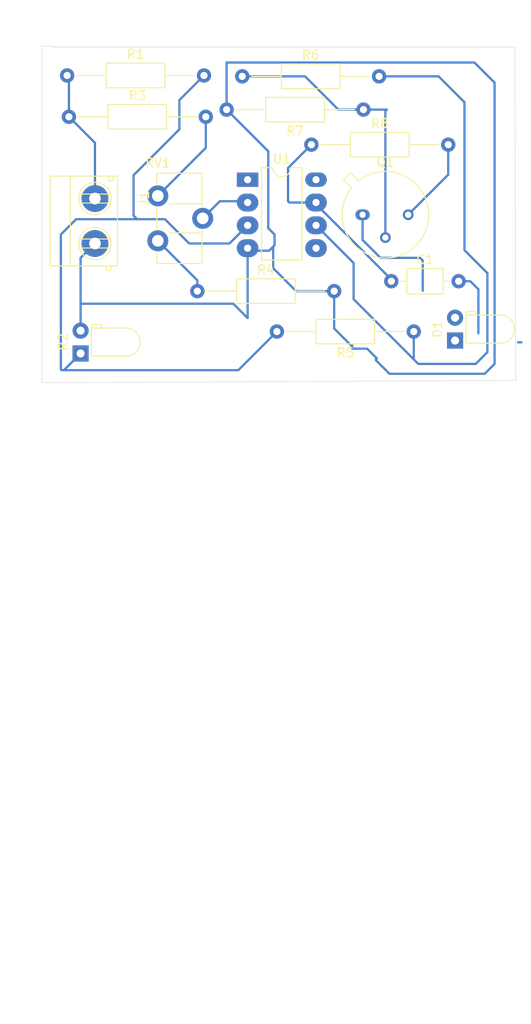
<source format=kicad_pcb>
(kicad_pcb (version 20171130) (host pcbnew "(5.1.9)-1")

  (general
    (thickness 1.6)
    (drawings 8)
    (tracks 103)
    (zones 0)
    (modules 14)
    (nets 14)
  )

  (page A4)
  (title_block
    (title "Interrupteur crépusculaire à LED")
    (company "Glodie Technologies")
  )

  (layers
    (0 F.Cu signal)
    (31 B.Cu signal)
    (32 B.Adhes user)
    (33 F.Adhes user)
    (34 B.Paste user)
    (35 F.Paste user)
    (36 B.SilkS user)
    (37 F.SilkS user)
    (38 B.Mask user)
    (39 F.Mask user)
    (40 Dwgs.User user)
    (41 Cmts.User user)
    (42 Eco1.User user)
    (43 Eco2.User user)
    (44 Edge.Cuts user)
    (45 Margin user)
    (46 B.CrtYd user)
    (47 F.CrtYd user)
    (48 B.Fab user)
    (49 F.Fab user)
  )

  (setup
    (last_trace_width 0.25)
    (trace_clearance 0.2)
    (zone_clearance 0.508)
    (zone_45_only no)
    (trace_min 0.2)
    (via_size 0.8)
    (via_drill 0.4)
    (via_min_size 0.4)
    (via_min_drill 0.3)
    (uvia_size 0.3)
    (uvia_drill 0.1)
    (uvias_allowed no)
    (uvia_min_size 0.2)
    (uvia_min_drill 0.1)
    (edge_width 0.05)
    (segment_width 0.2)
    (pcb_text_width 0.3)
    (pcb_text_size 1.5 1.5)
    (mod_edge_width 0.12)
    (mod_text_size 1 1)
    (mod_text_width 0.15)
    (pad_size 1.524 1.524)
    (pad_drill 0.762)
    (pad_to_mask_clearance 0)
    (aux_axis_origin 0 0)
    (visible_elements 7FFFFFFF)
    (pcbplotparams
      (layerselection 0x010fc_ffffffff)
      (usegerberextensions false)
      (usegerberattributes true)
      (usegerberadvancedattributes true)
      (creategerberjobfile true)
      (excludeedgelayer true)
      (linewidth 0.100000)
      (plotframeref false)
      (viasonmask false)
      (mode 1)
      (useauxorigin false)
      (hpglpennumber 1)
      (hpglpenspeed 20)
      (hpglpendiameter 15.000000)
      (psnegative false)
      (psa4output false)
      (plotreference true)
      (plotvalue true)
      (plotinvisibletext false)
      (padsonsilk false)
      (subtractmaskfromsilk false)
      (outputformat 1)
      (mirror false)
      (drillshape 0)
      (scaleselection 1)
      (outputdirectory ""))
  )

  (net 0 "")
  (net 1 VCC)
  (net 2 GND)
  (net 3 "Net-(D1-Pad2)")
  (net 4 "Net-(Q1-Pad2)")
  (net 5 "Net-(Q1-Pad3)")
  (net 6 "Net-(R1-Pad2)")
  (net 7 "Net-(R3-Pad2)")
  (net 8 "Net-(R4-Pad1)")
  (net 9 "Net-(R5-Pad1)")
  (net 10 "Net-(RV1-Pad2)")
  (net 11 "Net-(U1-Pad1)")
  (net 12 "Net-(U1-Pad5)")
  (net 13 "Net-(U1-Pad8)")

  (net_class Default "This is the default net class."
    (clearance 0.2)
    (trace_width 0.25)
    (via_dia 0.8)
    (via_drill 0.4)
    (uvia_dia 0.3)
    (uvia_drill 0.1)
    (add_net GND)
    (add_net "Net-(D1-Pad2)")
    (add_net "Net-(Q1-Pad2)")
    (add_net "Net-(Q1-Pad3)")
    (add_net "Net-(R1-Pad2)")
    (add_net "Net-(R3-Pad2)")
    (add_net "Net-(R4-Pad1)")
    (add_net "Net-(R5-Pad1)")
    (add_net "Net-(RV1-Pad2)")
    (add_net "Net-(U1-Pad1)")
    (add_net "Net-(U1-Pad5)")
    (add_net "Net-(U1-Pad8)")
    (add_net VCC)
  )

  (module Resistor_THT:R_Axial_DIN0207_L6.3mm_D2.5mm_P15.24mm_Horizontal (layer F.Cu) (tedit 5AE5139B) (tstamp 613BDFF0)
    (at 140.2 120.7 180)
    (descr "Resistor, Axial_DIN0207 series, Axial, Horizontal, pin pitch=15.24mm, 0.25W = 1/4W, length*diameter=6.3*2.5mm^2, http://cdn-reichelt.de/documents/datenblatt/B400/1_4W%23YAG.pdf")
    (tags "Resistor Axial_DIN0207 series Axial Horizontal pin pitch 15.24mm 0.25W = 1/4W length 6.3mm diameter 2.5mm")
    (path /613BAA8B)
    (fp_text reference R5 (at 7.62 -2.37) (layer F.SilkS)
      (effects (font (size 1 1) (thickness 0.15)))
    )
    (fp_text value 1M (at 7.62 2.37) (layer F.Fab)
      (effects (font (size 1 1) (thickness 0.15)))
    )
    (fp_line (start 16.29 -1.5) (end -1.05 -1.5) (layer F.CrtYd) (width 0.05))
    (fp_line (start 16.29 1.5) (end 16.29 -1.5) (layer F.CrtYd) (width 0.05))
    (fp_line (start -1.05 1.5) (end 16.29 1.5) (layer F.CrtYd) (width 0.05))
    (fp_line (start -1.05 -1.5) (end -1.05 1.5) (layer F.CrtYd) (width 0.05))
    (fp_line (start 14.2 0) (end 10.89 0) (layer F.SilkS) (width 0.12))
    (fp_line (start 1.04 0) (end 4.35 0) (layer F.SilkS) (width 0.12))
    (fp_line (start 10.89 -1.37) (end 4.35 -1.37) (layer F.SilkS) (width 0.12))
    (fp_line (start 10.89 1.37) (end 10.89 -1.37) (layer F.SilkS) (width 0.12))
    (fp_line (start 4.35 1.37) (end 10.89 1.37) (layer F.SilkS) (width 0.12))
    (fp_line (start 4.35 -1.37) (end 4.35 1.37) (layer F.SilkS) (width 0.12))
    (fp_line (start 15.24 0) (end 10.77 0) (layer F.Fab) (width 0.1))
    (fp_line (start 0 0) (end 4.47 0) (layer F.Fab) (width 0.1))
    (fp_line (start 10.77 -1.25) (end 4.47 -1.25) (layer F.Fab) (width 0.1))
    (fp_line (start 10.77 1.25) (end 10.77 -1.25) (layer F.Fab) (width 0.1))
    (fp_line (start 4.47 1.25) (end 10.77 1.25) (layer F.Fab) (width 0.1))
    (fp_line (start 4.47 -1.25) (end 4.47 1.25) (layer F.Fab) (width 0.1))
    (fp_text user %R (at 7.8 0.1) (layer F.Fab)
      (effects (font (size 1 1) (thickness 0.15)))
    )
    (pad 1 thru_hole circle (at 0 0 180) (size 1.6 1.6) (drill 0.8) (layers *.Cu *.Mask)
      (net 9 "Net-(R5-Pad1)"))
    (pad 2 thru_hole oval (at 15.24 0 180) (size 1.6 1.6) (drill 0.8) (layers *.Cu *.Mask)
      (net 6 "Net-(R1-Pad2)"))
    (model ${KISYS3DMOD}/Resistor_THT.3dshapes/R_Axial_DIN0207_L6.3mm_D2.5mm_P15.24mm_Horizontal.wrl
      (at (xyz 0 0 0))
      (scale (xyz 1 1 1))
      (rotate (xyz 0 0 0))
    )
  )

  (module Capacitor_THT:C_Axial_L3.8mm_D2.6mm_P7.50mm_Horizontal (layer F.Cu) (tedit 5AE50EF0) (tstamp 613BDF0A)
    (at 137.7 115.1)
    (descr "C, Axial series, Axial, Horizontal, pin pitch=7.5mm, , length*diameter=3.8*2.6mm^2, http://www.vishay.com/docs/45231/arseries.pdf")
    (tags "C Axial series Axial Horizontal pin pitch 7.5mm  length 3.8mm diameter 2.6mm")
    (path /613C2314)
    (fp_text reference C1 (at 3.75 -2.42) (layer F.SilkS)
      (effects (font (size 1 1) (thickness 0.15)))
    )
    (fp_text value 10nF (at 3.75 2.42) (layer F.Fab)
      (effects (font (size 1 1) (thickness 0.15)))
    )
    (fp_line (start 8.55 -1.55) (end -1.05 -1.55) (layer F.CrtYd) (width 0.05))
    (fp_line (start 8.55 1.55) (end 8.55 -1.55) (layer F.CrtYd) (width 0.05))
    (fp_line (start -1.05 1.55) (end 8.55 1.55) (layer F.CrtYd) (width 0.05))
    (fp_line (start -1.05 -1.55) (end -1.05 1.55) (layer F.CrtYd) (width 0.05))
    (fp_line (start 6.46 0) (end 5.77 0) (layer F.SilkS) (width 0.12))
    (fp_line (start 1.04 0) (end 1.73 0) (layer F.SilkS) (width 0.12))
    (fp_line (start 5.77 -1.42) (end 1.73 -1.42) (layer F.SilkS) (width 0.12))
    (fp_line (start 5.77 1.42) (end 5.77 -1.42) (layer F.SilkS) (width 0.12))
    (fp_line (start 1.73 1.42) (end 5.77 1.42) (layer F.SilkS) (width 0.12))
    (fp_line (start 1.73 -1.42) (end 1.73 1.42) (layer F.SilkS) (width 0.12))
    (fp_line (start 7.5 0) (end 5.65 0) (layer F.Fab) (width 0.1))
    (fp_line (start 0 0) (end 1.85 0) (layer F.Fab) (width 0.1))
    (fp_line (start 5.65 -1.3) (end 1.85 -1.3) (layer F.Fab) (width 0.1))
    (fp_line (start 5.65 1.3) (end 5.65 -1.3) (layer F.Fab) (width 0.1))
    (fp_line (start 1.85 1.3) (end 5.65 1.3) (layer F.Fab) (width 0.1))
    (fp_line (start 1.85 -1.3) (end 1.85 1.3) (layer F.Fab) (width 0.1))
    (fp_text user %R (at 0.719399 3.535179) (layer F.Fab)
      (effects (font (size 0.76 0.76) (thickness 0.114)))
    )
    (pad 1 thru_hole circle (at 0 0) (size 1.6 1.6) (drill 0.8) (layers *.Cu *.Mask)
      (net 1 VCC))
    (pad 2 thru_hole oval (at 7.5 0) (size 1.6 1.6) (drill 0.8) (layers *.Cu *.Mask)
      (net 2 GND))
    (model ${KISYS3DMOD}/Capacitor_THT.3dshapes/C_Axial_L3.8mm_D2.6mm_P7.50mm_Horizontal.wrl
      (at (xyz 0 0 0))
      (scale (xyz 1 1 1))
      (rotate (xyz 0 0 0))
    )
  )

  (module LED_THT:LED_D3.0mm_Horizontal_O1.27mm_Z2.0mm (layer F.Cu) (tedit 5880A862) (tstamp 613BDF34)
    (at 144.8 121.7 90)
    (descr "LED, diameter 3.0mm z-position of LED center 2.0mm, 2 pins")
    (tags "LED diameter 3.0mm z-position of LED center 2.0mm 2 pins")
    (path /613CA126)
    (fp_text reference D1 (at 1.27 -1.96 90) (layer F.SilkS)
      (effects (font (size 1 1) (thickness 0.15)))
    )
    (fp_text value LED (at 1.27 7.63 90) (layer F.Fab)
      (effects (font (size 1 1) (thickness 0.15)))
    )
    (fp_line (start -0.23 1.27) (end -0.23 5.07) (layer F.Fab) (width 0.1))
    (fp_line (start 2.77 1.27) (end 2.77 5.07) (layer F.Fab) (width 0.1))
    (fp_line (start -0.23 1.27) (end 2.77 1.27) (layer F.Fab) (width 0.1))
    (fp_line (start 3.17 1.27) (end 3.17 2.27) (layer F.Fab) (width 0.1))
    (fp_line (start 3.17 2.27) (end 2.77 2.27) (layer F.Fab) (width 0.1))
    (fp_line (start 2.77 2.27) (end 2.77 1.27) (layer F.Fab) (width 0.1))
    (fp_line (start 2.77 1.27) (end 3.17 1.27) (layer F.Fab) (width 0.1))
    (fp_line (start 0 0) (end 0 1.27) (layer F.Fab) (width 0.1))
    (fp_line (start 0 1.27) (end 0 1.27) (layer F.Fab) (width 0.1))
    (fp_line (start 0 1.27) (end 0 0) (layer F.Fab) (width 0.1))
    (fp_line (start 0 0) (end 0 0) (layer F.Fab) (width 0.1))
    (fp_line (start 2.54 0) (end 2.54 1.27) (layer F.Fab) (width 0.1))
    (fp_line (start 2.54 1.27) (end 2.54 1.27) (layer F.Fab) (width 0.1))
    (fp_line (start 2.54 1.27) (end 2.54 0) (layer F.Fab) (width 0.1))
    (fp_line (start 2.54 0) (end 2.54 0) (layer F.Fab) (width 0.1))
    (fp_line (start -0.29 1.21) (end -0.29 5.07) (layer F.SilkS) (width 0.12))
    (fp_line (start 2.83 1.21) (end 2.83 5.07) (layer F.SilkS) (width 0.12))
    (fp_line (start -0.29 1.21) (end 2.83 1.21) (layer F.SilkS) (width 0.12))
    (fp_line (start 3.23 1.21) (end 3.23 2.33) (layer F.SilkS) (width 0.12))
    (fp_line (start 3.23 2.33) (end 2.83 2.33) (layer F.SilkS) (width 0.12))
    (fp_line (start 2.83 2.33) (end 2.83 1.21) (layer F.SilkS) (width 0.12))
    (fp_line (start 2.83 1.21) (end 3.23 1.21) (layer F.SilkS) (width 0.12))
    (fp_line (start 0 1.08) (end 0 1.21) (layer F.SilkS) (width 0.12))
    (fp_line (start 0 1.21) (end 0 1.21) (layer F.SilkS) (width 0.12))
    (fp_line (start 0 1.21) (end 0 1.08) (layer F.SilkS) (width 0.12))
    (fp_line (start 0 1.08) (end 0 1.08) (layer F.SilkS) (width 0.12))
    (fp_line (start 2.54 1.08) (end 2.54 1.21) (layer F.SilkS) (width 0.12))
    (fp_line (start 2.54 1.21) (end 2.54 1.21) (layer F.SilkS) (width 0.12))
    (fp_line (start 2.54 1.21) (end 2.54 1.08) (layer F.SilkS) (width 0.12))
    (fp_line (start 2.54 1.08) (end 2.54 1.08) (layer F.SilkS) (width 0.12))
    (fp_line (start -1.25 -1.25) (end -1.25 6.9) (layer F.CrtYd) (width 0.05))
    (fp_line (start -1.25 6.9) (end 3.75 6.9) (layer F.CrtYd) (width 0.05))
    (fp_line (start 3.75 6.9) (end 3.75 -1.25) (layer F.CrtYd) (width 0.05))
    (fp_line (start 3.75 -1.25) (end -1.25 -1.25) (layer F.CrtYd) (width 0.05))
    (fp_arc (start 1.27 5.07) (end -0.29 5.07) (angle -180) (layer F.SilkS) (width 0.12))
    (fp_arc (start 1.27 5.07) (end -0.23 5.07) (angle -180) (layer F.Fab) (width 0.1))
    (pad 2 thru_hole circle (at 2.54 0 90) (size 1.8 1.8) (drill 0.9) (layers *.Cu *.Mask)
      (net 3 "Net-(D1-Pad2)"))
    (pad 1 thru_hole rect (at 0 0 90) (size 1.8 1.8) (drill 0.9) (layers *.Cu *.Mask)
      (net 2 GND))
    (model ${KISYS3DMOD}/LED_THT.3dshapes/LED_D3.0mm_Horizontal_O1.27mm_Z2.0mm.wrl
      (at (xyz 0 0 0))
      (scale (xyz 1 1 1))
      (rotate (xyz 0 0 0))
    )
  )

  (module Mes_modules:Bornier_2pts_L10mm_W8mm_P5mm (layer F.Cu) (tedit 612FD883) (tstamp 613BDF55)
    (at 104.7 105.9 270)
    (tags Bornier_2pts)
    (path /613B7670)
    (fp_text reference J1 (at 0 -5.5 90) (layer F.SilkS)
      (effects (font (size 1 1) (thickness 0.15)))
    )
    (fp_text value Entrée (at 0 7 90) (layer F.Fab)
      (effects (font (size 1 1) (thickness 0.15)))
    )
    (fp_line (start -2.5 2.75) (end 7.5 2.75) (layer F.SilkS) (width 0.12))
    (fp_line (start -2.5 5) (end -2.5 -2.5) (layer F.Fab) (width 0.12))
    (fp_line (start 7.5 5) (end -2.5 5) (layer F.Fab) (width 0.12))
    (fp_line (start 7.5 -2.5) (end 7.5 5) (layer F.Fab) (width 0.12))
    (fp_line (start -2.5 -2.5) (end 7.5 -2.5) (layer F.Fab) (width 0.12))
    (fp_line (start -2.5 5) (end -2.5 -2.5) (layer F.CrtYd) (width 0.12))
    (fp_line (start 7.5 5) (end -2.5 5) (layer F.CrtYd) (width 0.12))
    (fp_line (start 7.5 -2.5) (end 7.5 5) (layer F.CrtYd) (width 0.12))
    (fp_line (start -2.5 -2.5) (end 7.5 -2.5) (layer F.CrtYd) (width 0.12))
    (fp_line (start -2 -1.5) (end -2.5 -1.5) (layer F.SilkS) (width 0.12))
    (fp_line (start -2 -2) (end -2 -1.5) (layer F.SilkS) (width 0.12))
    (fp_line (start -2.5 -2) (end -2 -2) (layer F.SilkS) (width 0.12))
    (fp_line (start 8 -1.25) (end 7.5 -1.25) (layer F.SilkS) (width 0.12))
    (fp_line (start 8 -1.75) (end 8 -1.25) (layer F.SilkS) (width 0.12))
    (fp_line (start 7.5 -1.75) (end 8 -1.75) (layer F.SilkS) (width 0.12))
    (fp_line (start 5.5 -1.75) (end 5.5 1.75) (layer F.SilkS) (width 0.12))
    (fp_line (start 4.5 -1.75) (end 4.5 1.75) (layer F.SilkS) (width 0.12))
    (fp_line (start 0.5 -1.75) (end 0.5 1.75) (layer F.SilkS) (width 0.12))
    (fp_line (start -0.5 1.75) (end -0.75 1.75) (layer F.SilkS) (width 0.12))
    (fp_line (start -0.5 -1.75) (end -0.5 1.75) (layer F.SilkS) (width 0.12))
    (fp_circle (center 5 0) (end 6.5 1) (layer F.SilkS) (width 0.12))
    (fp_circle (center 0 0) (end 1.5 1) (layer F.SilkS) (width 0.12))
    (fp_line (start -2.5 5) (end -2.5 -2.5) (layer F.SilkS) (width 0.12))
    (fp_line (start 7.5 5) (end -2.5 5) (layer F.SilkS) (width 0.12))
    (fp_line (start 7.5 -2.5) (end 7.5 5) (layer F.SilkS) (width 0.12))
    (fp_line (start -2.5 -2.5) (end 7.5 -2.5) (layer F.SilkS) (width 0.12))
    (fp_text user %R (at 2.75 3.75 90) (layer F.Fab)
      (effects (font (size 1 1) (thickness 0.15)))
    )
    (pad 1 thru_hole circle (at 0 0 270) (size 3 3) (drill 1.3) (layers *.Cu *.Mask)
      (net 1 VCC))
    (pad 2 thru_hole circle (at 5 0 270) (size 3 3) (drill 1.3) (layers *.Cu *.Mask)
      (net 2 GND))
  )

  (module Package_TO_SOT_THT:TO-39-3 (layer F.Cu) (tedit 5A02FF81) (tstamp 613BDF6A)
    (at 134.5 107.7)
    (descr TO-39-3)
    (tags TO-39-3)
    (path /613C3651)
    (fp_text reference Q1 (at 2.54 -5.82) (layer F.SilkS)
      (effects (font (size 1 1) (thickness 0.15)))
    )
    (fp_text value 2N2219 (at 2.54 5.82) (layer F.Fab)
      (effects (font (size 1 1) (thickness 0.15)))
    )
    (fp_circle (center 2.54 0) (end 6.79 0) (layer F.Fab) (width 0.1))
    (fp_line (start 7.49 -4.95) (end -2.41 -4.95) (layer F.CrtYd) (width 0.05))
    (fp_line (start 7.49 4.95) (end 7.49 -4.95) (layer F.CrtYd) (width 0.05))
    (fp_line (start -2.41 4.95) (end 7.49 4.95) (layer F.CrtYd) (width 0.05))
    (fp_line (start -2.41 -4.95) (end -2.41 4.95) (layer F.CrtYd) (width 0.05))
    (fp_line (start -2.125856 -3.888039) (end -1.234902 -2.997084) (layer F.SilkS) (width 0.12))
    (fp_line (start -1.348039 -4.665856) (end -2.125856 -3.888039) (layer F.SilkS) (width 0.12))
    (fp_line (start -0.457084 -3.774902) (end -1.348039 -4.665856) (layer F.SilkS) (width 0.12))
    (fp_line (start -1.879621 -3.81151) (end -1.07352 -3.005408) (layer F.Fab) (width 0.1))
    (fp_line (start -1.27151 -4.419621) (end -1.879621 -3.81151) (layer F.Fab) (width 0.1))
    (fp_line (start -0.465408 -3.61352) (end -1.27151 -4.419621) (layer F.Fab) (width 0.1))
    (fp_text user %R (at 2.54 -5.82) (layer F.Fab)
      (effects (font (size 1 1) (thickness 0.15)))
    )
    (fp_arc (start 2.54 0) (end -0.465408 -3.61352) (angle 349.5) (layer F.Fab) (width 0.1))
    (fp_arc (start 2.54 0) (end -0.457084 -3.774902) (angle 346.9) (layer F.SilkS) (width 0.12))
    (pad 1 thru_hole oval (at 0 0) (size 1.6 1.2) (drill 0.7) (layers *.Cu *.Mask)
      (net 3 "Net-(D1-Pad2)"))
    (pad 2 thru_hole oval (at 2.54 2.54) (size 1.2 1.2) (drill 0.7) (layers *.Cu *.Mask)
      (net 4 "Net-(Q1-Pad2)"))
    (pad 3 thru_hole oval (at 5.08 0) (size 1.2 1.2) (drill 0.7) (layers *.Cu *.Mask)
      (net 5 "Net-(Q1-Pad3)"))
    (model ${KISYS3DMOD}/Package_TO_SOT_THT.3dshapes/TO-39-3.wrl
      (at (xyz 0 0 0))
      (scale (xyz 1 1 1))
      (rotate (xyz 0 0 0))
    )
  )

  (module Resistor_THT:R_Axial_DIN0207_L6.3mm_D2.5mm_P15.24mm_Horizontal (layer F.Cu) (tedit 5AE5139B) (tstamp 613BDF81)
    (at 101.6 92.2)
    (descr "Resistor, Axial_DIN0207 series, Axial, Horizontal, pin pitch=15.24mm, 0.25W = 1/4W, length*diameter=6.3*2.5mm^2, http://cdn-reichelt.de/documents/datenblatt/B400/1_4W%23YAG.pdf")
    (tags "Resistor Axial_DIN0207 series Axial Horizontal pin pitch 15.24mm 0.25W = 1/4W length 6.3mm diameter 2.5mm")
    (path /613B87FA)
    (fp_text reference R1 (at 7.62 -2.37) (layer F.SilkS)
      (effects (font (size 1 1) (thickness 0.15)))
    )
    (fp_text value 10K (at 7.62 2.37) (layer F.Fab)
      (effects (font (size 1 1) (thickness 0.15)))
    )
    (fp_line (start 16.29 -1.5) (end -1.05 -1.5) (layer F.CrtYd) (width 0.05))
    (fp_line (start 16.29 1.5) (end 16.29 -1.5) (layer F.CrtYd) (width 0.05))
    (fp_line (start -1.05 1.5) (end 16.29 1.5) (layer F.CrtYd) (width 0.05))
    (fp_line (start -1.05 -1.5) (end -1.05 1.5) (layer F.CrtYd) (width 0.05))
    (fp_line (start 14.2 0) (end 10.89 0) (layer F.SilkS) (width 0.12))
    (fp_line (start 1.04 0) (end 4.35 0) (layer F.SilkS) (width 0.12))
    (fp_line (start 10.89 -1.37) (end 4.35 -1.37) (layer F.SilkS) (width 0.12))
    (fp_line (start 10.89 1.37) (end 10.89 -1.37) (layer F.SilkS) (width 0.12))
    (fp_line (start 4.35 1.37) (end 10.89 1.37) (layer F.SilkS) (width 0.12))
    (fp_line (start 4.35 -1.37) (end 4.35 1.37) (layer F.SilkS) (width 0.12))
    (fp_line (start 15.24 0) (end 10.77 0) (layer F.Fab) (width 0.1))
    (fp_line (start 0 0) (end 4.47 0) (layer F.Fab) (width 0.1))
    (fp_line (start 10.77 -1.25) (end 4.47 -1.25) (layer F.Fab) (width 0.1))
    (fp_line (start 10.77 1.25) (end 10.77 -1.25) (layer F.Fab) (width 0.1))
    (fp_line (start 4.47 1.25) (end 10.77 1.25) (layer F.Fab) (width 0.1))
    (fp_line (start 4.47 -1.25) (end 4.47 1.25) (layer F.Fab) (width 0.1))
    (fp_text user %R (at 5.859399 -0.364821) (layer F.Fab)
      (effects (font (size 1 1) (thickness 0.15)))
    )
    (pad 1 thru_hole circle (at 0 0) (size 1.6 1.6) (drill 0.8) (layers *.Cu *.Mask)
      (net 1 VCC))
    (pad 2 thru_hole oval (at 15.24 0) (size 1.6 1.6) (drill 0.8) (layers *.Cu *.Mask)
      (net 6 "Net-(R1-Pad2)"))
    (model ${KISYS3DMOD}/Resistor_THT.3dshapes/R_Axial_DIN0207_L6.3mm_D2.5mm_P15.24mm_Horizontal.wrl
      (at (xyz 0 0 0))
      (scale (xyz 1 1 1))
      (rotate (xyz 0 0 0))
    )
  )

  (module LED_THT:LED_D3.0mm_Horizontal_O1.27mm_Z2.0mm (layer F.Cu) (tedit 5880A862) (tstamp 613BDFAB)
    (at 103.1 123.14 90)
    (descr "LED, diameter 3.0mm z-position of LED center 2.0mm, 2 pins")
    (tags "LED diameter 3.0mm z-position of LED center 2.0mm 2 pins")
    (path /613B8492)
    (fp_text reference R2 (at 1.27 -1.96 90) (layer F.SilkS)
      (effects (font (size 1 1) (thickness 0.15)))
    )
    (fp_text value LDR03 (at 1.27 7.63 90) (layer F.Fab)
      (effects (font (size 1 1) (thickness 0.15)))
    )
    (fp_line (start 3.75 -1.25) (end -1.25 -1.25) (layer F.CrtYd) (width 0.05))
    (fp_line (start 3.75 6.9) (end 3.75 -1.25) (layer F.CrtYd) (width 0.05))
    (fp_line (start -1.25 6.9) (end 3.75 6.9) (layer F.CrtYd) (width 0.05))
    (fp_line (start -1.25 -1.25) (end -1.25 6.9) (layer F.CrtYd) (width 0.05))
    (fp_line (start 2.54 1.08) (end 2.54 1.08) (layer F.SilkS) (width 0.12))
    (fp_line (start 2.54 1.21) (end 2.54 1.08) (layer F.SilkS) (width 0.12))
    (fp_line (start 2.54 1.21) (end 2.54 1.21) (layer F.SilkS) (width 0.12))
    (fp_line (start 2.54 1.08) (end 2.54 1.21) (layer F.SilkS) (width 0.12))
    (fp_line (start 0 1.08) (end 0 1.08) (layer F.SilkS) (width 0.12))
    (fp_line (start 0 1.21) (end 0 1.08) (layer F.SilkS) (width 0.12))
    (fp_line (start 0 1.21) (end 0 1.21) (layer F.SilkS) (width 0.12))
    (fp_line (start 0 1.08) (end 0 1.21) (layer F.SilkS) (width 0.12))
    (fp_line (start 2.83 1.21) (end 3.23 1.21) (layer F.SilkS) (width 0.12))
    (fp_line (start 2.83 2.33) (end 2.83 1.21) (layer F.SilkS) (width 0.12))
    (fp_line (start 3.23 2.33) (end 2.83 2.33) (layer F.SilkS) (width 0.12))
    (fp_line (start 3.23 1.21) (end 3.23 2.33) (layer F.SilkS) (width 0.12))
    (fp_line (start -0.29 1.21) (end 2.83 1.21) (layer F.SilkS) (width 0.12))
    (fp_line (start 2.83 1.21) (end 2.83 5.07) (layer F.SilkS) (width 0.12))
    (fp_line (start -0.29 1.21) (end -0.29 5.07) (layer F.SilkS) (width 0.12))
    (fp_line (start 2.54 0) (end 2.54 0) (layer F.Fab) (width 0.1))
    (fp_line (start 2.54 1.27) (end 2.54 0) (layer F.Fab) (width 0.1))
    (fp_line (start 2.54 1.27) (end 2.54 1.27) (layer F.Fab) (width 0.1))
    (fp_line (start 2.54 0) (end 2.54 1.27) (layer F.Fab) (width 0.1))
    (fp_line (start 0 0) (end 0 0) (layer F.Fab) (width 0.1))
    (fp_line (start 0 1.27) (end 0 0) (layer F.Fab) (width 0.1))
    (fp_line (start 0 1.27) (end 0 1.27) (layer F.Fab) (width 0.1))
    (fp_line (start 0 0) (end 0 1.27) (layer F.Fab) (width 0.1))
    (fp_line (start 2.77 1.27) (end 3.17 1.27) (layer F.Fab) (width 0.1))
    (fp_line (start 2.77 2.27) (end 2.77 1.27) (layer F.Fab) (width 0.1))
    (fp_line (start 3.17 2.27) (end 2.77 2.27) (layer F.Fab) (width 0.1))
    (fp_line (start 3.17 1.27) (end 3.17 2.27) (layer F.Fab) (width 0.1))
    (fp_line (start -0.23 1.27) (end 2.77 1.27) (layer F.Fab) (width 0.1))
    (fp_line (start 2.77 1.27) (end 2.77 5.07) (layer F.Fab) (width 0.1))
    (fp_line (start -0.23 1.27) (end -0.23 5.07) (layer F.Fab) (width 0.1))
    (fp_arc (start 1.27 5.07) (end -0.23 5.07) (angle -180) (layer F.Fab) (width 0.1))
    (fp_arc (start 1.27 5.07) (end -0.29 5.07) (angle -180) (layer F.SilkS) (width 0.12))
    (pad 1 thru_hole rect (at 0 0 90) (size 1.8 1.8) (drill 0.9) (layers *.Cu *.Mask)
      (net 6 "Net-(R1-Pad2)"))
    (pad 2 thru_hole circle (at 2.54 0 90) (size 1.8 1.8) (drill 0.9) (layers *.Cu *.Mask)
      (net 2 GND))
    (model ${KISYS3DMOD}/LED_THT.3dshapes/LED_D3.0mm_Horizontal_O1.27mm_Z2.0mm.wrl
      (at (xyz 0 0 0))
      (scale (xyz 1 1 1))
      (rotate (xyz 0 0 0))
    )
  )

  (module Resistor_THT:R_Axial_DIN0207_L6.3mm_D2.5mm_P15.24mm_Horizontal (layer F.Cu) (tedit 5AE5139B) (tstamp 613BDFC2)
    (at 101.8 96.8)
    (descr "Resistor, Axial_DIN0207 series, Axial, Horizontal, pin pitch=15.24mm, 0.25W = 1/4W, length*diameter=6.3*2.5mm^2, http://cdn-reichelt.de/documents/datenblatt/B400/1_4W%23YAG.pdf")
    (tags "Resistor Axial_DIN0207 series Axial Horizontal pin pitch 15.24mm 0.25W = 1/4W length 6.3mm diameter 2.5mm")
    (path /613B9690)
    (fp_text reference R3 (at 7.62 -2.37) (layer F.SilkS)
      (effects (font (size 1 1) (thickness 0.15)))
    )
    (fp_text value 3.3K (at 7.62 2.37) (layer F.Fab)
      (effects (font (size 1 1) (thickness 0.15)))
    )
    (fp_line (start 16.29 -1.5) (end -1.05 -1.5) (layer F.CrtYd) (width 0.05))
    (fp_line (start 16.29 1.5) (end 16.29 -1.5) (layer F.CrtYd) (width 0.05))
    (fp_line (start -1.05 1.5) (end 16.29 1.5) (layer F.CrtYd) (width 0.05))
    (fp_line (start -1.05 -1.5) (end -1.05 1.5) (layer F.CrtYd) (width 0.05))
    (fp_line (start 14.2 0) (end 10.89 0) (layer F.SilkS) (width 0.12))
    (fp_line (start 1.04 0) (end 4.35 0) (layer F.SilkS) (width 0.12))
    (fp_line (start 10.89 -1.37) (end 4.35 -1.37) (layer F.SilkS) (width 0.12))
    (fp_line (start 10.89 1.37) (end 10.89 -1.37) (layer F.SilkS) (width 0.12))
    (fp_line (start 4.35 1.37) (end 10.89 1.37) (layer F.SilkS) (width 0.12))
    (fp_line (start 4.35 -1.37) (end 4.35 1.37) (layer F.SilkS) (width 0.12))
    (fp_line (start 15.24 0) (end 10.77 0) (layer F.Fab) (width 0.1))
    (fp_line (start 0 0) (end 4.47 0) (layer F.Fab) (width 0.1))
    (fp_line (start 10.77 -1.25) (end 4.47 -1.25) (layer F.Fab) (width 0.1))
    (fp_line (start 10.77 1.25) (end 10.77 -1.25) (layer F.Fab) (width 0.1))
    (fp_line (start 4.47 1.25) (end 10.77 1.25) (layer F.Fab) (width 0.1))
    (fp_line (start 4.47 -1.25) (end 4.47 1.25) (layer F.Fab) (width 0.1))
    (fp_text user %R (at 7.62 0) (layer F.Fab)
      (effects (font (size 1 1) (thickness 0.15)))
    )
    (pad 1 thru_hole circle (at 0 0) (size 1.6 1.6) (drill 0.8) (layers *.Cu *.Mask)
      (net 1 VCC))
    (pad 2 thru_hole oval (at 15.24 0) (size 1.6 1.6) (drill 0.8) (layers *.Cu *.Mask)
      (net 7 "Net-(R3-Pad2)"))
    (model ${KISYS3DMOD}/Resistor_THT.3dshapes/R_Axial_DIN0207_L6.3mm_D2.5mm_P15.24mm_Horizontal.wrl
      (at (xyz 0 0 0))
      (scale (xyz 1 1 1))
      (rotate (xyz 0 0 0))
    )
  )

  (module Resistor_THT:R_Axial_DIN0207_L6.3mm_D2.5mm_P15.24mm_Horizontal (layer F.Cu) (tedit 5AE5139B) (tstamp 613BDFD9)
    (at 116.1 116.2)
    (descr "Resistor, Axial_DIN0207 series, Axial, Horizontal, pin pitch=15.24mm, 0.25W = 1/4W, length*diameter=6.3*2.5mm^2, http://cdn-reichelt.de/documents/datenblatt/B400/1_4W%23YAG.pdf")
    (tags "Resistor Axial_DIN0207 series Axial Horizontal pin pitch 15.24mm 0.25W = 1/4W length 6.3mm diameter 2.5mm")
    (path /613B984F)
    (fp_text reference R4 (at 7.62 -2.37) (layer F.SilkS)
      (effects (font (size 1 1) (thickness 0.15)))
    )
    (fp_text value 3.3K (at 7.62 2.37) (layer F.Fab)
      (effects (font (size 1 1) (thickness 0.15)))
    )
    (fp_line (start 4.47 -1.25) (end 4.47 1.25) (layer F.Fab) (width 0.1))
    (fp_line (start 4.47 1.25) (end 10.77 1.25) (layer F.Fab) (width 0.1))
    (fp_line (start 10.77 1.25) (end 10.77 -1.25) (layer F.Fab) (width 0.1))
    (fp_line (start 10.77 -1.25) (end 4.47 -1.25) (layer F.Fab) (width 0.1))
    (fp_line (start 0 0) (end 4.47 0) (layer F.Fab) (width 0.1))
    (fp_line (start 15.24 0) (end 10.77 0) (layer F.Fab) (width 0.1))
    (fp_line (start 4.35 -1.37) (end 4.35 1.37) (layer F.SilkS) (width 0.12))
    (fp_line (start 4.35 1.37) (end 10.89 1.37) (layer F.SilkS) (width 0.12))
    (fp_line (start 10.89 1.37) (end 10.89 -1.37) (layer F.SilkS) (width 0.12))
    (fp_line (start 10.89 -1.37) (end 4.35 -1.37) (layer F.SilkS) (width 0.12))
    (fp_line (start 1.04 0) (end 4.35 0) (layer F.SilkS) (width 0.12))
    (fp_line (start 14.2 0) (end 10.89 0) (layer F.SilkS) (width 0.12))
    (fp_line (start -1.05 -1.5) (end -1.05 1.5) (layer F.CrtYd) (width 0.05))
    (fp_line (start -1.05 1.5) (end 16.29 1.5) (layer F.CrtYd) (width 0.05))
    (fp_line (start 16.29 1.5) (end 16.29 -1.5) (layer F.CrtYd) (width 0.05))
    (fp_line (start 16.29 -1.5) (end -1.05 -1.5) (layer F.CrtYd) (width 0.05))
    (fp_text user %R (at 7.62 0) (layer F.Fab)
      (effects (font (size 1 1) (thickness 0.15)))
    )
    (pad 2 thru_hole oval (at 15.24 0) (size 1.6 1.6) (drill 0.8) (layers *.Cu *.Mask)
      (net 2 GND))
    (pad 1 thru_hole circle (at 0 0) (size 1.6 1.6) (drill 0.8) (layers *.Cu *.Mask)
      (net 8 "Net-(R4-Pad1)"))
    (model ${KISYS3DMOD}/Resistor_THT.3dshapes/R_Axial_DIN0207_L6.3mm_D2.5mm_P15.24mm_Horizontal.wrl
      (at (xyz 0 0 0))
      (scale (xyz 1 1 1))
      (rotate (xyz 0 0 0))
    )
  )

  (module Resistor_THT:R_Axial_DIN0207_L6.3mm_D2.5mm_P15.24mm_Horizontal (layer F.Cu) (tedit 5AE5139B) (tstamp 613BE007)
    (at 121.1 92.3)
    (descr "Resistor, Axial_DIN0207 series, Axial, Horizontal, pin pitch=15.24mm, 0.25W = 1/4W, length*diameter=6.3*2.5mm^2, http://cdn-reichelt.de/documents/datenblatt/B400/1_4W%23YAG.pdf")
    (tags "Resistor Axial_DIN0207 series Axial Horizontal pin pitch 15.24mm 0.25W = 1/4W length 6.3mm diameter 2.5mm")
    (path /613BB193)
    (fp_text reference R6 (at 7.62 -2.37) (layer F.SilkS)
      (effects (font (size 1 1) (thickness 0.15)))
    )
    (fp_text value 220R (at 7.62 2.37) (layer F.Fab)
      (effects (font (size 1 1) (thickness 0.15)))
    )
    (fp_line (start 4.47 -1.25) (end 4.47 1.25) (layer F.Fab) (width 0.1))
    (fp_line (start 4.47 1.25) (end 10.77 1.25) (layer F.Fab) (width 0.1))
    (fp_line (start 10.77 1.25) (end 10.77 -1.25) (layer F.Fab) (width 0.1))
    (fp_line (start 10.77 -1.25) (end 4.47 -1.25) (layer F.Fab) (width 0.1))
    (fp_line (start 0 0) (end 4.47 0) (layer F.Fab) (width 0.1))
    (fp_line (start 15.24 0) (end 10.77 0) (layer F.Fab) (width 0.1))
    (fp_line (start 4.35 -1.37) (end 4.35 1.37) (layer F.SilkS) (width 0.12))
    (fp_line (start 4.35 1.37) (end 10.89 1.37) (layer F.SilkS) (width 0.12))
    (fp_line (start 10.89 1.37) (end 10.89 -1.37) (layer F.SilkS) (width 0.12))
    (fp_line (start 10.89 -1.37) (end 4.35 -1.37) (layer F.SilkS) (width 0.12))
    (fp_line (start 1.04 0) (end 4.35 0) (layer F.SilkS) (width 0.12))
    (fp_line (start 14.2 0) (end 10.89 0) (layer F.SilkS) (width 0.12))
    (fp_line (start -1.05 -1.5) (end -1.05 1.5) (layer F.CrtYd) (width 0.05))
    (fp_line (start -1.05 1.5) (end 16.29 1.5) (layer F.CrtYd) (width 0.05))
    (fp_line (start 16.29 1.5) (end 16.29 -1.5) (layer F.CrtYd) (width 0.05))
    (fp_line (start 16.29 -1.5) (end -1.05 -1.5) (layer F.CrtYd) (width 0.05))
    (fp_text user %R (at 4.569399 -0.814821) (layer F.Fab)
      (effects (font (size 1 1) (thickness 0.15)))
    )
    (pad 2 thru_hole oval (at 15.24 0) (size 1.6 1.6) (drill 0.8) (layers *.Cu *.Mask)
      (net 9 "Net-(R5-Pad1)"))
    (pad 1 thru_hole circle (at 0 0) (size 1.6 1.6) (drill 0.8) (layers *.Cu *.Mask)
      (net 4 "Net-(Q1-Pad2)"))
    (model ${KISYS3DMOD}/Resistor_THT.3dshapes/R_Axial_DIN0207_L6.3mm_D2.5mm_P15.24mm_Horizontal.wrl
      (at (xyz 0 0 0))
      (scale (xyz 1 1 1))
      (rotate (xyz 0 0 0))
    )
  )

  (module Resistor_THT:R_Axial_DIN0207_L6.3mm_D2.5mm_P15.24mm_Horizontal (layer F.Cu) (tedit 5AE5139B) (tstamp 613BE01E)
    (at 134.6 96 180)
    (descr "Resistor, Axial_DIN0207 series, Axial, Horizontal, pin pitch=15.24mm, 0.25W = 1/4W, length*diameter=6.3*2.5mm^2, http://cdn-reichelt.de/documents/datenblatt/B400/1_4W%23YAG.pdf")
    (tags "Resistor Axial_DIN0207 series Axial Horizontal pin pitch 15.24mm 0.25W = 1/4W length 6.3mm diameter 2.5mm")
    (path /613BBC33)
    (fp_text reference R7 (at 7.62 -2.37) (layer F.SilkS)
      (effects (font (size 1 1) (thickness 0.15)))
    )
    (fp_text value 2.2K (at 7.62 2.37) (layer F.Fab)
      (effects (font (size 1 1) (thickness 0.15)))
    )
    (fp_line (start 4.47 -1.25) (end 4.47 1.25) (layer F.Fab) (width 0.1))
    (fp_line (start 4.47 1.25) (end 10.77 1.25) (layer F.Fab) (width 0.1))
    (fp_line (start 10.77 1.25) (end 10.77 -1.25) (layer F.Fab) (width 0.1))
    (fp_line (start 10.77 -1.25) (end 4.47 -1.25) (layer F.Fab) (width 0.1))
    (fp_line (start 0 0) (end 4.47 0) (layer F.Fab) (width 0.1))
    (fp_line (start 15.24 0) (end 10.77 0) (layer F.Fab) (width 0.1))
    (fp_line (start 4.35 -1.37) (end 4.35 1.37) (layer F.SilkS) (width 0.12))
    (fp_line (start 4.35 1.37) (end 10.89 1.37) (layer F.SilkS) (width 0.12))
    (fp_line (start 10.89 1.37) (end 10.89 -1.37) (layer F.SilkS) (width 0.12))
    (fp_line (start 10.89 -1.37) (end 4.35 -1.37) (layer F.SilkS) (width 0.12))
    (fp_line (start 1.04 0) (end 4.35 0) (layer F.SilkS) (width 0.12))
    (fp_line (start 14.2 0) (end 10.89 0) (layer F.SilkS) (width 0.12))
    (fp_line (start -1.05 -1.5) (end -1.05 1.5) (layer F.CrtYd) (width 0.05))
    (fp_line (start -1.05 1.5) (end 16.29 1.5) (layer F.CrtYd) (width 0.05))
    (fp_line (start 16.29 1.5) (end 16.29 -1.5) (layer F.CrtYd) (width 0.05))
    (fp_line (start 16.29 -1.5) (end -1.05 -1.5) (layer F.CrtYd) (width 0.05))
    (fp_text user %R (at 7.62 0) (layer F.Fab)
      (effects (font (size 1 1) (thickness 0.15)))
    )
    (pad 2 thru_hole oval (at 15.24 0 180) (size 1.6 1.6) (drill 0.8) (layers *.Cu *.Mask)
      (net 2 GND))
    (pad 1 thru_hole circle (at 0 0 180) (size 1.6 1.6) (drill 0.8) (layers *.Cu *.Mask)
      (net 4 "Net-(Q1-Pad2)"))
    (model ${KISYS3DMOD}/Resistor_THT.3dshapes/R_Axial_DIN0207_L6.3mm_D2.5mm_P15.24mm_Horizontal.wrl
      (at (xyz 0 0 0))
      (scale (xyz 1 1 1))
      (rotate (xyz 0 0 0))
    )
  )

  (module Resistor_THT:R_Axial_DIN0207_L6.3mm_D2.5mm_P15.24mm_Horizontal (layer F.Cu) (tedit 5AE5139B) (tstamp 613BE035)
    (at 128.8 99.9)
    (descr "Resistor, Axial_DIN0207 series, Axial, Horizontal, pin pitch=15.24mm, 0.25W = 1/4W, length*diameter=6.3*2.5mm^2, http://cdn-reichelt.de/documents/datenblatt/B400/1_4W%23YAG.pdf")
    (tags "Resistor Axial_DIN0207 series Axial Horizontal pin pitch 15.24mm 0.25W = 1/4W length 6.3mm diameter 2.5mm")
    (path /613BB4A0)
    (fp_text reference R8 (at 7.62 -2.37) (layer F.SilkS)
      (effects (font (size 1 1) (thickness 0.15)))
    )
    (fp_text value 560R (at 7.62 2.37) (layer F.Fab)
      (effects (font (size 1 1) (thickness 0.15)))
    )
    (fp_line (start 16.29 -1.5) (end -1.05 -1.5) (layer F.CrtYd) (width 0.05))
    (fp_line (start 16.29 1.5) (end 16.29 -1.5) (layer F.CrtYd) (width 0.05))
    (fp_line (start -1.05 1.5) (end 16.29 1.5) (layer F.CrtYd) (width 0.05))
    (fp_line (start -1.05 -1.5) (end -1.05 1.5) (layer F.CrtYd) (width 0.05))
    (fp_line (start 14.2 0) (end 10.89 0) (layer F.SilkS) (width 0.12))
    (fp_line (start 1.04 0) (end 4.35 0) (layer F.SilkS) (width 0.12))
    (fp_line (start 10.89 -1.37) (end 4.35 -1.37) (layer F.SilkS) (width 0.12))
    (fp_line (start 10.89 1.37) (end 10.89 -1.37) (layer F.SilkS) (width 0.12))
    (fp_line (start 4.35 1.37) (end 10.89 1.37) (layer F.SilkS) (width 0.12))
    (fp_line (start 4.35 -1.37) (end 4.35 1.37) (layer F.SilkS) (width 0.12))
    (fp_line (start 15.24 0) (end 10.77 0) (layer F.Fab) (width 0.1))
    (fp_line (start 0 0) (end 4.47 0) (layer F.Fab) (width 0.1))
    (fp_line (start 10.77 -1.25) (end 4.47 -1.25) (layer F.Fab) (width 0.1))
    (fp_line (start 10.77 1.25) (end 10.77 -1.25) (layer F.Fab) (width 0.1))
    (fp_line (start 4.47 1.25) (end 10.77 1.25) (layer F.Fab) (width 0.1))
    (fp_line (start 4.47 -1.25) (end 4.47 1.25) (layer F.Fab) (width 0.1))
    (fp_text user %R (at 7.62 0) (layer F.Fab)
      (effects (font (size 1 1) (thickness 0.15)))
    )
    (pad 1 thru_hole circle (at 0 0) (size 1.6 1.6) (drill 0.8) (layers *.Cu *.Mask)
      (net 1 VCC))
    (pad 2 thru_hole oval (at 15.24 0) (size 1.6 1.6) (drill 0.8) (layers *.Cu *.Mask)
      (net 5 "Net-(Q1-Pad3)"))
    (model ${KISYS3DMOD}/Resistor_THT.3dshapes/R_Axial_DIN0207_L6.3mm_D2.5mm_P15.24mm_Horizontal.wrl
      (at (xyz 0 0 0))
      (scale (xyz 1 1 1))
      (rotate (xyz 0 0 0))
    )
  )

  (module Potentiometer_THT:Potentiometer_ACP_CA9-H5_Horizontal (layer F.Cu) (tedit 5A3D4994) (tstamp 613BE055)
    (at 111.7 105.6)
    (descr "Potentiometer, horizontal, ACP CA9-H5, http://www.acptechnologies.com/wp-content/uploads/2017/05/02-ACP-CA9-CE9.pdf")
    (tags "Potentiometer horizontal ACP CA9-H5")
    (path /613B9B11)
    (fp_text reference RV1 (at 0 -3.65) (layer F.SilkS)
      (effects (font (size 1 1) (thickness 0.15)))
    )
    (fp_text value R_POT (at 0 8.65) (layer F.Fab)
      (effects (font (size 1 1) (thickness 0.15)))
    )
    (fp_line (start 6.45 -2.7) (end -1.45 -2.7) (layer F.CrtYd) (width 0.05))
    (fp_line (start 6.45 7.65) (end 6.45 -2.7) (layer F.CrtYd) (width 0.05))
    (fp_line (start -1.45 7.65) (end 6.45 7.65) (layer F.CrtYd) (width 0.05))
    (fp_line (start -1.45 -2.7) (end -1.45 7.65) (layer F.CrtYd) (width 0.05))
    (fp_line (start 4.92 3.925) (end 4.92 4.12) (layer F.SilkS) (width 0.12))
    (fp_line (start 4.92 0.88) (end 4.92 1.075) (layer F.SilkS) (width 0.12))
    (fp_line (start -0.121 1.426) (end -0.121 3.575) (layer F.SilkS) (width 0.12))
    (fp_line (start 1.237 4.12) (end 4.92 4.12) (layer F.SilkS) (width 0.12))
    (fp_line (start 1.237 0.88) (end 4.92 0.88) (layer F.SilkS) (width 0.12))
    (fp_line (start -0.121 1.426) (end -0.121 3.575) (layer F.SilkS) (width 0.12))
    (fp_line (start -0.121 -2.521) (end -0.121 -1.426) (layer F.SilkS) (width 0.12))
    (fp_line (start -0.121 6.425) (end -0.121 7.52) (layer F.SilkS) (width 0.12))
    (fp_line (start 4.92 3.925) (end 4.92 7.52) (layer F.SilkS) (width 0.12))
    (fp_line (start 4.92 -2.521) (end 4.92 1.075) (layer F.SilkS) (width 0.12))
    (fp_line (start -0.121 7.52) (end 4.92 7.52) (layer F.SilkS) (width 0.12))
    (fp_line (start -0.121 -2.521) (end 4.92 -2.521) (layer F.SilkS) (width 0.12))
    (fp_line (start 4.8 1) (end 0 1) (layer F.Fab) (width 0.1))
    (fp_line (start 4.8 4) (end 4.8 1) (layer F.Fab) (width 0.1))
    (fp_line (start 0 4) (end 4.8 4) (layer F.Fab) (width 0.1))
    (fp_line (start 0 1) (end 0 4) (layer F.Fab) (width 0.1))
    (fp_line (start 0 -2.4) (end 4.8 -2.4) (layer F.Fab) (width 0.1))
    (fp_line (start 0 7.4) (end 0 -2.4) (layer F.Fab) (width 0.1))
    (fp_line (start 4.8 7.4) (end 0 7.4) (layer F.Fab) (width 0.1))
    (fp_line (start 4.8 -2.4) (end 4.8 7.4) (layer F.Fab) (width 0.1))
    (fp_text user %R (at 2.4 2.5) (layer F.Fab)
      (effects (font (size 1 1) (thickness 0.15)))
    )
    (pad 3 thru_hole circle (at 0 5) (size 2.34 2.34) (drill 1.3) (layers *.Cu *.Mask)
      (net 8 "Net-(R4-Pad1)"))
    (pad 2 thru_hole circle (at 5 2.5) (size 2.34 2.34) (drill 1.3) (layers *.Cu *.Mask)
      (net 10 "Net-(RV1-Pad2)"))
    (pad 1 thru_hole circle (at 0 0) (size 2.34 2.34) (drill 1.3) (layers *.Cu *.Mask)
      (net 7 "Net-(R3-Pad2)"))
    (model ${KISYS3DMOD}/Potentiometer_THT.3dshapes/Potentiometer_ACP_CA9-H5_Horizontal.wrl
      (at (xyz 0 0 0))
      (scale (xyz 1 1 1))
      (rotate (xyz 0 0 0))
    )
  )

  (module Mes_modules:DIP-8_W7.62mm_LongPads (layer F.Cu) (tedit 6130E5B0) (tstamp 613BE071)
    (at 121.7 103.8)
    (descr "8-lead though-hole mounted DIP package, row spacing 7.62 mm (300 mils), LongPads")
    (tags "THT DIP DIL PDIP 2.54mm 7.62mm 300mil LongPads")
    (path /613B9EF5)
    (fp_text reference U1 (at 3.81 -2.33) (layer F.SilkS)
      (effects (font (size 1 1) (thickness 0.15)))
    )
    (fp_text value LM741 (at 3.81 9.95) (layer F.Fab)
      (effects (font (size 1 1) (thickness 0.15)))
    )
    (fp_line (start 1.635 -1.27) (end 6.985 -1.27) (layer F.Fab) (width 0.1))
    (fp_line (start 6.985 -1.27) (end 6.985 8.89) (layer F.Fab) (width 0.1))
    (fp_line (start 6.985 8.89) (end 0.635 8.89) (layer F.Fab) (width 0.1))
    (fp_line (start 0.635 8.89) (end 0.635 -0.27) (layer F.Fab) (width 0.1))
    (fp_line (start 0.635 -0.27) (end 1.635 -1.27) (layer F.Fab) (width 0.1))
    (fp_line (start 2.81 -1.33) (end 1.56 -1.33) (layer F.SilkS) (width 0.12))
    (fp_line (start 1.56 -1.33) (end 1.56 8.95) (layer F.SilkS) (width 0.12))
    (fp_line (start 1.56 8.95) (end 6.06 8.95) (layer F.SilkS) (width 0.12))
    (fp_line (start 6.06 8.95) (end 6.06 -1.33) (layer F.SilkS) (width 0.12))
    (fp_line (start 6.06 -1.33) (end 4.81 -1.33) (layer F.SilkS) (width 0.12))
    (fp_line (start -1.45 -1.55) (end -1.45 9.15) (layer F.CrtYd) (width 0.05))
    (fp_line (start -1.45 9.15) (end 9.1 9.15) (layer F.CrtYd) (width 0.05))
    (fp_line (start 9.1 9.15) (end 9.1 -1.55) (layer F.CrtYd) (width 0.05))
    (fp_line (start 9.1 -1.55) (end -1.45 -1.55) (layer F.CrtYd) (width 0.05))
    (fp_arc (start 3.81 -1.33) (end 2.81 -1.33) (angle -180) (layer F.SilkS) (width 0.12))
    (fp_text user %R (at 3.81 3.81) (layer F.Fab)
      (effects (font (size 1 1) (thickness 0.15)))
    )
    (pad 1 thru_hole rect (at 0 0) (size 2.4 1.6) (drill 0.8) (layers *.Cu *.Mask)
      (net 11 "Net-(U1-Pad1)"))
    (pad 5 thru_hole oval (at 7.62 7.62) (size 2.4 2) (drill 0.8) (layers *.Cu *.Mask)
      (net 12 "Net-(U1-Pad5)"))
    (pad 2 thru_hole oval (at 0 2.54) (size 2.4 2) (drill 0.8) (layers *.Cu *.Mask)
      (net 10 "Net-(RV1-Pad2)"))
    (pad 6 thru_hole oval (at 7.62 5.08) (size 2.4 2) (drill 0.8) (layers *.Cu *.Mask)
      (net 9 "Net-(R5-Pad1)"))
    (pad 3 thru_hole oval (at 0 5.08) (size 2.4 2) (drill 0.8) (layers *.Cu *.Mask)
      (net 6 "Net-(R1-Pad2)"))
    (pad 7 thru_hole oval (at 7.62 2.54) (size 2.4 2) (drill 0.8) (layers *.Cu *.Mask)
      (net 1 VCC))
    (pad 4 thru_hole oval (at 0 7.62) (size 2.4 2) (drill 0.8) (layers *.Cu *.Mask)
      (net 2 GND))
    (pad 8 thru_hole oval (at 7.62 0) (size 2.4 1.6) (drill 0.8) (layers *.Cu *.Mask)
      (net 13 "Net-(U1-Pad8)"))
    (model ${KISYS3DMOD}/Package_DIP.3dshapes/DIP-8_W7.62mm.wrl
      (at (xyz 0 0 0))
      (scale (xyz 1 1 1))
      (rotate (xyz 0 0 0))
    )
  )

  (gr_line (start 98.79 88.93) (end 100.21 88.93) (layer Edge.Cuts) (width 0.05))
  (gr_line (start 98.79 126.4) (end 98.79 88.93) (layer Edge.Cuts) (width 0.05))
  (gr_line (start 151.63 126.14) (end 98.79 126.4) (layer Edge.Cuts) (width 0.05))
  (gr_line (start 151.55 125.6) (end 151.63 126.14) (layer Edge.Cuts) (width 0.05))
  (gr_line (start 151.46 89.05) (end 151.55 125.6) (layer Edge.Cuts) (width 0.05))
  (gr_line (start 99.95 89.05) (end 151.46 89.05) (layer Edge.Cuts) (width 0.05))
  (dimension 36 (width 0.15) (layer Dwgs.User)
    (gr_text "36,000 mm" (at 103.4 179.7 270) (layer Dwgs.User)
      (effects (font (size 1 1) (thickness 0.15)))
    )
    (feature1 (pts (xy 94.2 197.7) (xy 102.686421 197.7)))
    (feature2 (pts (xy 94.2 161.7) (xy 102.686421 161.7)))
    (crossbar (pts (xy 102.1 161.7) (xy 102.1 197.7)))
    (arrow1a (pts (xy 102.1 197.7) (xy 101.513579 196.573496)))
    (arrow1b (pts (xy 102.1 197.7) (xy 102.686421 196.573496)))
    (arrow2a (pts (xy 102.1 161.7) (xy 101.513579 162.826504)))
    (arrow2b (pts (xy 102.1 161.7) (xy 102.686421 162.826504)))
  )
  (dimension 50.2 (width 0.15) (layer Dwgs.User)
    (gr_text "50,200 mm" (at 124.4 84.5) (layer Dwgs.User)
      (effects (font (size 1 1) (thickness 0.15)))
    )
    (feature1 (pts (xy 149.5 89) (xy 149.5 85.213579)))
    (feature2 (pts (xy 99.3 89) (xy 99.3 85.213579)))
    (crossbar (pts (xy 99.3 85.8) (xy 149.5 85.8)))
    (arrow1a (pts (xy 149.5 85.8) (xy 148.373496 86.386421)))
    (arrow1b (pts (xy 149.5 85.8) (xy 148.373496 85.213579)))
    (arrow2a (pts (xy 99.3 85.8) (xy 100.426504 86.386421)))
    (arrow2b (pts (xy 99.3 85.8) (xy 100.426504 85.213579)))
  )

  (segment (start 151.8 121.9) (end 152.2 121.9) (width 0.25) (layer B.Cu) (net 0))
  (segment (start 104.7 99.7) (end 101.8 96.8) (width 0.25) (layer B.Cu) (net 1))
  (segment (start 104.7 105.9) (end 104.7 99.7) (width 0.25) (layer B.Cu) (net 1))
  (segment (start 101.8 92.4) (end 101.6 92.2) (width 0.25) (layer B.Cu) (net 1))
  (segment (start 101.8 96.8) (end 101.8 92.4) (width 0.25) (layer B.Cu) (net 1))
  (segment (start 129.32 106.34) (end 126.34 106.34) (width 0.25) (layer B.Cu) (net 1))
  (segment (start 126.34 106.34) (end 126.2 106.2) (width 0.25) (layer B.Cu) (net 1))
  (segment (start 126.2 102.5) (end 128.8 99.9) (width 0.25) (layer B.Cu) (net 1))
  (segment (start 126.2 106.2) (end 126.2 102.5) (width 0.25) (layer B.Cu) (net 1))
  (segment (start 129.32 106.34) (end 129.32 106.52) (width 0.25) (layer B.Cu) (net 1))
  (segment (start 137.7 114.9) (end 137.7 115.1) (width 0.25) (layer B.Cu) (net 1))
  (segment (start 129.32 106.52) (end 137.7 114.9) (width 0.25) (layer B.Cu) (net 1))
  (segment (start 103.1 112.5) (end 104.7 110.9) (width 0.25) (layer B.Cu) (net 2))
  (segment (start 119.36 96) (end 124 100.64) (width 0.25) (layer B.Cu) (net 2))
  (segment (start 121.7 111.42) (end 122.62 111.42) (width 0.25) (layer B.Cu) (net 2))
  (segment (start 133.34 122.6) (end 135 122.6) (width 0.25) (layer B.Cu) (net 2))
  (segment (start 135 122.6) (end 135.2 122.8) (width 0.25) (layer B.Cu) (net 2))
  (segment (start 121.7 111.42) (end 121.7 119.2) (width 0.25) (layer B.Cu) (net 2))
  (segment (start 120.1 117.6) (end 103.1 117.6) (width 0.25) (layer B.Cu) (net 2))
  (segment (start 121.7 119.2) (end 120.1 117.6) (width 0.25) (layer B.Cu) (net 2))
  (segment (start 103.1 117.6) (end 103.1 112.5) (width 0.25) (layer B.Cu) (net 2))
  (segment (start 103.1 120.6) (end 103.1 117.6) (width 0.25) (layer B.Cu) (net 2))
  (segment (start 121.7 111.42) (end 121.7 111.2) (width 0.25) (layer B.Cu) (net 2))
  (segment (start 121.7 111.2) (end 122.2 111.7) (width 0.25) (layer B.Cu) (net 2))
  (segment (start 122.2 111.7) (end 124.1 111.7) (width 0.25) (layer B.Cu) (net 2))
  (segment (start 124.7 111.1) (end 124.7 109.9) (width 0.25) (layer B.Cu) (net 2))
  (segment (start 124 108.9) (end 124 109.2) (width 0.25) (layer B.Cu) (net 2))
  (segment (start 124 100.64) (end 124 108.9) (width 0.25) (layer B.Cu) (net 2))
  (segment (start 124 109.2) (end 124.7 109.9) (width 0.25) (layer B.Cu) (net 2))
  (segment (start 124 108.9) (end 124 109.12) (width 0.25) (layer B.Cu) (net 2))
  (segment (start 124.55 111.25) (end 124.55 113.65) (width 0.25) (layer B.Cu) (net 2))
  (segment (start 124.1 111.7) (end 124.55 111.25) (width 0.25) (layer B.Cu) (net 2))
  (segment (start 124.55 111.25) (end 124.7 111.1) (width 0.25) (layer B.Cu) (net 2))
  (segment (start 127.1 116.2) (end 131.34 116.2) (width 0.25) (layer B.Cu) (net 2))
  (segment (start 124.55 113.65) (end 127.1 116.2) (width 0.25) (layer B.Cu) (net 2))
  (segment (start 131.34 120.36) (end 133.34 122.36) (width 0.25) (layer B.Cu) (net 2))
  (segment (start 131.34 116.2) (end 131.34 120.36) (width 0.25) (layer B.Cu) (net 2))
  (segment (start 133.34 122.36) (end 133.34 122.6) (width 0.25) (layer B.Cu) (net 2))
  (segment (start 133.34 122.14) (end 133.34 122.36) (width 0.25) (layer B.Cu) (net 2))
  (segment (start 145.2 115.1) (end 146.5 115.1) (width 0.25) (layer B.Cu) (net 2))
  (segment (start 147.4 116) (end 147.4 120.9) (width 0.25) (layer B.Cu) (net 2))
  (segment (start 146.5 115.1) (end 147.4 116) (width 0.25) (layer B.Cu) (net 2))
  (segment (start 135.2 122.8) (end 136 123.6) (width 0.25) (layer B.Cu) (net 2))
  (segment (start 136 123.6) (end 136.1 123.7) (width 0.25) (layer B.Cu) (net 2))
  (segment (start 149.2 124.3) (end 149.2 93) (width 0.25) (layer B.Cu) (net 2))
  (segment (start 146.96 90.76) (end 119.36 90.76) (width 0.25) (layer B.Cu) (net 2))
  (segment (start 148.1 125.4) (end 149.2 124.3) (width 0.25) (layer B.Cu) (net 2))
  (segment (start 137.5 125.4) (end 148.1 125.4) (width 0.25) (layer B.Cu) (net 2))
  (segment (start 119.36 90.76) (end 119.36 96) (width 0.25) (layer B.Cu) (net 2))
  (segment (start 136 123.9) (end 137.5 125.4) (width 0.25) (layer B.Cu) (net 2))
  (segment (start 149.2 93) (end 146.96 90.76) (width 0.25) (layer B.Cu) (net 2))
  (segment (start 136 123.6) (end 136 123.9) (width 0.25) (layer B.Cu) (net 2))
  (segment (start 134.5 107.7) (end 134.5 110.5) (width 0.25) (layer B.Cu) (net 3))
  (segment (start 134.5 110.5) (end 134.6 110.6) (width 0.25) (layer B.Cu) (net 3))
  (segment (start 141.2 116.16) (end 141.2 112.8) (width 0.25) (layer B.Cu) (net 3))
  (segment (start 141.2 112.8) (end 140.9 112.5) (width 0.25) (layer B.Cu) (net 3))
  (segment (start 136.5 112.5) (end 134.5 110.5) (width 0.25) (layer B.Cu) (net 3))
  (segment (start 140.9 112.5) (end 136.5 112.5) (width 0.25) (layer B.Cu) (net 3))
  (segment (start 121.1 92.3) (end 128.1 92.3) (width 0.25) (layer B.Cu) (net 4))
  (segment (start 131.8 96) (end 134.6 96) (width 0.25) (layer B.Cu) (net 4))
  (segment (start 128.1 92.3) (end 131.8 96) (width 0.25) (layer B.Cu) (net 4))
  (segment (start 134.6 96) (end 137.2 96) (width 0.25) (layer B.Cu) (net 4))
  (segment (start 137.04 96.16) (end 137.04 110.24) (width 0.25) (layer B.Cu) (net 4))
  (segment (start 137.2 96) (end 137.04 96.16) (width 0.25) (layer B.Cu) (net 4))
  (segment (start 144.04 103.24) (end 139.58 107.7) (width 0.25) (layer B.Cu) (net 5))
  (segment (start 144.04 99.9) (end 144.04 103.24) (width 0.25) (layer B.Cu) (net 5))
  (segment (start 116.84 92.2) (end 114.1 94.94) (width 0.25) (layer B.Cu) (net 6))
  (segment (start 114.1 94.94) (end 114.1 98.2) (width 0.25) (layer B.Cu) (net 6))
  (segment (start 114.1 98.2) (end 109 103.3) (width 0.25) (layer B.Cu) (net 6))
  (segment (start 109 103.3) (end 109 107.8) (width 0.25) (layer B.Cu) (net 6))
  (segment (start 109 107.8) (end 109.4 108.2) (width 0.25) (layer B.Cu) (net 6))
  (segment (start 109.4 108.2) (end 112.5 108.2) (width 0.25) (layer B.Cu) (net 6))
  (segment (start 112.5 108.2) (end 115.2 110.9) (width 0.25) (layer B.Cu) (net 6))
  (segment (start 119.68 110.9) (end 121.7 108.88) (width 0.25) (layer B.Cu) (net 6))
  (segment (start 115.2 110.9) (end 119.68 110.9) (width 0.25) (layer B.Cu) (net 6))
  (segment (start 109.4 108.2) (end 102.6 108.2) (width 0.25) (layer B.Cu) (net 6))
  (segment (start 102.6 108.2) (end 100.9 109.9) (width 0.25) (layer B.Cu) (net 6))
  (segment (start 100.9 109.9) (end 100.9 124.9) (width 0.25) (layer B.Cu) (net 6))
  (segment (start 100.9 124.9) (end 101 125) (width 0.25) (layer B.Cu) (net 6))
  (segment (start 101.24 125) (end 103.1 123.14) (width 0.25) (layer B.Cu) (net 6))
  (segment (start 101 125) (end 101.24 125) (width 0.25) (layer B.Cu) (net 6))
  (segment (start 120.66 125) (end 124.96 120.7) (width 0.25) (layer B.Cu) (net 6))
  (segment (start 101.24 125) (end 120.66 125) (width 0.25) (layer B.Cu) (net 6))
  (segment (start 117.04 100.26) (end 111.7 105.6) (width 0.25) (layer B.Cu) (net 7))
  (segment (start 117.04 96.8) (end 117.04 100.26) (width 0.25) (layer B.Cu) (net 7))
  (segment (start 116.1 115) (end 116.1 116.2) (width 0.25) (layer B.Cu) (net 8))
  (segment (start 111.7 110.6) (end 116.1 115) (width 0.25) (layer B.Cu) (net 8))
  (segment (start 140.2 120.7) (end 140.2 123.6) (width 0.25) (layer B.Cu) (net 9))
  (segment (start 133.5 113.06) (end 133.5 117.1) (width 0.25) (layer B.Cu) (net 9))
  (segment (start 129.32 108.88) (end 133.5 113.06) (width 0.25) (layer B.Cu) (net 9))
  (segment (start 133.5 117.1) (end 140.7 124.3) (width 0.25) (layer B.Cu) (net 9))
  (segment (start 148.4 123) (end 147.1 124.3) (width 0.25) (layer B.Cu) (net 9))
  (segment (start 145.849989 111.649989) (end 148.4 114.2) (width 0.25) (layer B.Cu) (net 9))
  (segment (start 145.849989 95.1864) (end 145.849989 111.649989) (width 0.25) (layer B.Cu) (net 9))
  (segment (start 142.963589 92.3) (end 145.849989 95.1864) (width 0.25) (layer B.Cu) (net 9))
  (segment (start 147.1 124.3) (end 141 124.3) (width 0.25) (layer B.Cu) (net 9))
  (segment (start 136.34 92.3) (end 142.963589 92.3) (width 0.25) (layer B.Cu) (net 9))
  (segment (start 148.4 114.2) (end 148.4 123) (width 0.25) (layer B.Cu) (net 9))
  (segment (start 141 124.3) (end 141.2 124.3) (width 0.25) (layer B.Cu) (net 9))
  (segment (start 140.7 124.3) (end 141 124.3) (width 0.25) (layer B.Cu) (net 9))
  (segment (start 116.7 108.1) (end 118.6 106.2) (width 0.25) (layer B.Cu) (net 10))
  (segment (start 121.56 106.2) (end 121.7 106.34) (width 0.25) (layer B.Cu) (net 10))
  (segment (start 118.6 106.2) (end 121.56 106.2) (width 0.25) (layer B.Cu) (net 10))

)

</source>
